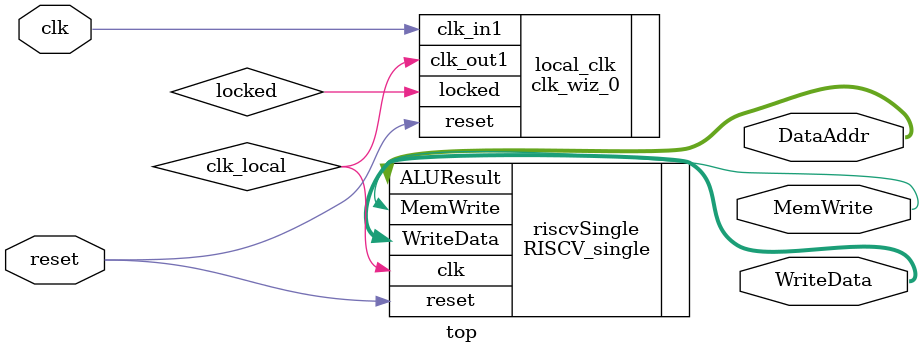
<source format=v>
`timescale 1ns / 1ps


module top(
    input clk,      // 100MHz iput from the FPGA 
    input reset,
    output [31:0] WriteData,        // Data written to Mem. 
    output [31:0] DataAddr,         // Address to write the data to
    output MemWrite
    );
    
    wire [31:0] PC, Instr, ReadData;
    wire clk_local, locked;
    
    // 20MHz clock generation
    clk_wiz_0 local_clk(.clk_out1(clk_local),
                        .reset(reset),
                        .locked(locked),
                        .clk_in1(clk)
    );
    
    // Instantiate Processor
    RISCV_single riscvSingle(.clk(clk_local),
                             .reset(reset),
//                             .PC(PC),
//                             .Instr(Instr),
//                             .ReadData(ReadData),
                             .MemWrite(MemWrite),
                             .ALUResult(DataAddr),      // Output of ALU = address to Data Mem.
                             .WriteData(WriteData)
    );
    
endmodule

</source>
